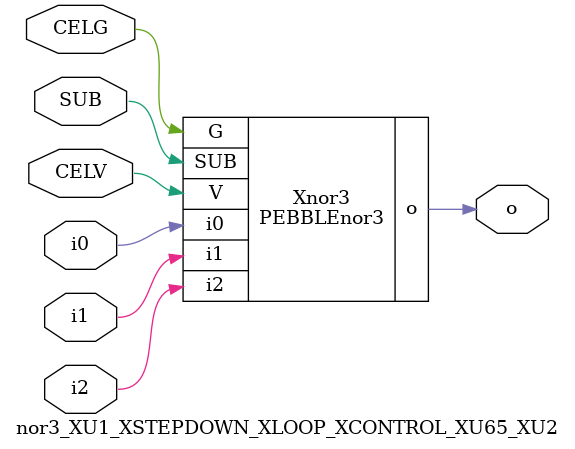
<source format=v>



module PEBBLEnor3 ( o, G, SUB, V, i0, i1, i2 );

  input i0;
  input V;
  input i2;
  input i1;
  input G;
  output o;
  input SUB;
endmodule

//Celera Confidential Do Not Copy nor3_XU1_XSTEPDOWN_XLOOP_XCONTROL_XU65_XU2
//Celera Confidential Symbol Generator
//NOR3
module nor3_XU1_XSTEPDOWN_XLOOP_XCONTROL_XU65_XU2 (CELV,CELG,i0,i1,i2,o,SUB);
input CELV;
input CELG;
input i0;
input i1;
input i2;
input SUB;
output o;

//Celera Confidential Do Not Copy nor3
PEBBLEnor3 Xnor3(
.V (CELV),
.i0 (i0),
.i1 (i1),
.i2 (i2),
.o (o),
.SUB (SUB),
.G (CELG)
);
//,diesize,PEBBLEnor3

//Celera Confidential Do Not Copy Module End
//Celera Schematic Generator
endmodule

</source>
